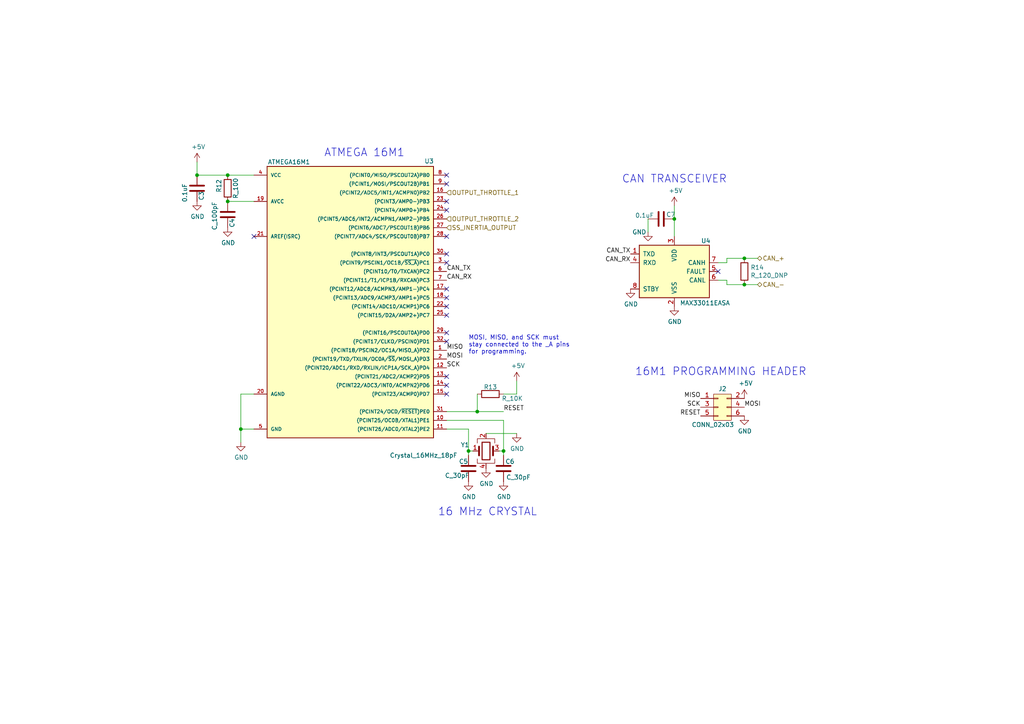
<source format=kicad_sch>
(kicad_sch (version 20230121) (generator eeschema)
  (paper "A4")
  (lib_symbols
    (symbol "0u1F_1" (pin_numbers hide) (pin_names (offset 0.254))
      (property "Reference" "C" (at 0.635 2.54 0))
      (property "Value" "0u1F_1" (at 0.635 -2.54 0))
      (symbol "0u1F_1_0_1"
        (polyline (pts (xy -2.032 -0.762) (xy 2.032 -0.762)) (stroke (width 0.508)))
        (polyline (pts (xy -2.032 0.762) (xy 2.032 0.762)) (stroke (width 0.508)))
      )
      (symbol "0u1F_1_1_1"
        (pin passive line (at 0 3.81 270) (length 2.794) (name "~") (number "1"))
        (pin passive line (at 0 -3.81 90) (length 2.794) (name "~") (number "2"))
      )
    )
    (symbol "30pF_1" (pin_numbers hide) (pin_names (offset 0.254))
      (property "Reference" "C" (at 0.635 2.54 0))
      (property "Value" "30pF_1" (at 0.635 -2.54 0))
      (symbol "30pF_1_0_1"
        (polyline (pts (xy -2.032 -0.762) (xy 2.032 -0.762)) (stroke (width 0.508)))
        (polyline (pts (xy -2.032 0.762) (xy 2.032 0.762)) (stroke (width 0.508)))
      )
      (symbol "30pF_1_1_1"
        (pin passive line (at 0 3.81 270) (length 2.794) (name "~") (number "1"))
        (pin passive line (at 0 -3.81 90) (length 2.794) (name "~") (number "2"))
      )
    )
    (symbol "OEM:0u1F" (pin_numbers hide) (pin_names (offset 0.254))
      (property "Reference" "C" (at 0.635 2.54 0))
      (property "Value" "0u1F" (at 0.635 -2.54 0))
      (symbol "0u1F_0_1"
        (polyline (pts (xy -2.032 -0.762) (xy 2.032 -0.762)) (stroke (width 0.508)))
        (polyline (pts (xy -2.032 0.762) (xy 2.032 0.762)) (stroke (width 0.508)))
      )
      (symbol "0u1F_1_1"
        (pin passive line (at 0 3.81 270) (length 2.794) (name "~") (number "1"))
        (pin passive line (at 0 -3.81 90) (length 2.794) (name "~") (number "2"))
      )
    )
    (symbol "OEM:100R" (pin_numbers hide) (pin_names (offset 0))
      (property "Reference" "R" (at 2.032 0 90))
      (property "Value" "100R" (at 0 0 90))
      (symbol "100R_0_1"
        (rectangle (start -1.016 -2.54) (end 1.016 2.54) (stroke (width 0.254)))
      )
      (symbol "100R_1_1"
        (pin passive line (at 0 3.81 270) (length 1.27) (name "~") (number "1"))
        (pin passive line (at 0 -3.81 90) (length 1.27) (name "~") (number "2"))
      )
    )
    (symbol "OEM:100pF" (pin_numbers hide) (pin_names (offset 0.254))
      (property "Reference" "C" (at 0.635 2.54 0))
      (property "Value" "100pF" (at 0.635 -2.54 0))
      (symbol "100pF_0_1"
        (polyline (pts (xy -2.032 -0.762) (xy 2.032 -0.762)) (stroke (width 0.508)))
        (polyline (pts (xy -2.032 0.762) (xy 2.032 0.762)) (stroke (width 0.508)))
      )
      (symbol "100pF_1_1"
        (pin passive line (at 0 3.81 270) (length 2.794) (name "~") (number "1"))
        (pin passive line (at 0 -3.81 90) (length 2.794) (name "~") (number "2"))
      )
    )
    (symbol "OEM:10KR" (pin_numbers hide) (pin_names (offset 0))
      (property "Reference" "R" (at 2.032 0 90))
      (property "Value" "10KR" (at 0 0 90))
      (symbol "10KR_0_1"
        (rectangle (start -1.016 -2.54) (end 1.016 2.54) (stroke (width 0.254)))
      )
      (symbol "10KR_1_1"
        (pin passive line (at 0 3.81 270) (length 1.27) (name "~") (number "1"))
        (pin passive line (at 0 -3.81 90) (length 1.27) (name "~") (number "2"))
      )
    )
    (symbol "OEM:120R_DNP" (pin_numbers hide) (pin_names (offset 0))
      (property "Reference" "R" (at 2.032 0 90))
      (property "Value" "120R_DNP" (at 0 0 90))
      (symbol "120R_DNP_0_1"
        (rectangle (start -1.016 -2.54) (end 1.016 2.54) (stroke (width 0.254)))
      )
      (symbol "120R_DNP_1_1"
        (pin passive line (at 0 3.81 270) (length 1.27) (name "~") (number "1"))
        (pin passive line (at 0 -3.81 90) (length 1.27) (name "~") (number "2"))
      )
    )
    (symbol "OEM:30pF" (pin_numbers hide) (pin_names (offset 0.254))
      (property "Reference" "C" (at 0.635 2.54 0))
      (property "Value" "30pF" (at 0.635 -2.54 0))
      (symbol "30pF_0_1"
        (polyline (pts (xy -2.032 -0.762) (xy 2.032 -0.762)) (stroke (width 0.508)))
        (polyline (pts (xy -2.032 0.762) (xy 2.032 0.762)) (stroke (width 0.508)))
      )
      (symbol "30pF_1_1"
        (pin passive line (at 0 3.81 270) (length 2.794) (name "~") (number "1"))
        (pin passive line (at 0 -3.81 90) (length 2.794) (name "~") (number "2"))
      )
    )
    (symbol "OEM:ATMEGA16M1" (pin_names (offset 1.016))
      (property "Reference" "U" (at -24.13 46.482 0))
      (property "Value" "ATMEGA16M1" (at 12.7 -35.56 0))
      (symbol "ATMEGA16M1_0_1"
        (rectangle (start -24.13 45.72) (end 24.13 -33.02) (stroke (width 0.254)) (fill (type background)))
      )
      (symbol "ATMEGA16M1_1_1"
        (pin bidirectional line (at 27.94 -7.62 180) (length 3.81) (name "(PCINT18/PSCIN2/OC1A/MISO_A)PD2") (number "1"))
        (pin bidirectional line (at 27.94 -27.94 180) (length 3.81) (name "(PCINT25/OC0B/XTAL1)PE1") (number "10"))
        (pin bidirectional line (at 27.94 -30.48 180) (length 3.81) (name "(PCINT26/ADC0/XTAL2)PE2") (number "11"))
        (pin bidirectional line (at 27.94 -12.7 180) (length 3.81) (name "(PCINT20/ADC1/RXD/RXLIN/ICP1A/SCK_A)PD4") (number "12"))
        (pin bidirectional line (at 27.94 -15.24 180) (length 3.81) (name "(PCINT21/ADC2/ACMP2)PD5") (number "13"))
        (pin bidirectional line (at 27.94 -17.78 180) (length 3.81) (name "(PCINT22/ADC3/INT0/ACMPN2)PD6") (number "14"))
        (pin bidirectional line (at 27.94 -20.32 180) (length 3.81) (name "(PCINT23/ACMP0)PD7") (number "15"))
        (pin bidirectional line (at 27.94 38.1 180) (length 3.81) (name "(PCINT2/ADC5/INT1/ACMPN0)PB2") (number "16"))
        (pin bidirectional line (at 27.94 10.16 180) (length 3.81) (name "(PCINT12/ADC8/ACMPN3/AMP1-)PC4") (number "17"))
        (pin bidirectional line (at 27.94 7.62 180) (length 3.81) (name "(PCINT13/ADC9/ACMP3/AMP1+)PC5") (number "18"))
        (pin power_in line (at -27.94 35.56 0) (length 3.81) (name "AVCC") (number "19"))
        (pin bidirectional line (at 27.94 -10.16 180) (length 3.81) (name "(PCINT19/TXD/TXLIN/OC0A/~{SS}/MOSI_A)PD3") (number "2"))
        (pin power_in line (at -27.94 -20.32 0) (length 3.81) (name "AGND") (number "20"))
        (pin power_in line (at -27.94 25.4 0) (length 3.81) (name "AREF(ISRC)") (number "21"))
        (pin bidirectional line (at 27.94 5.08 180) (length 3.81) (name "(PCINT14/ADC10/ACMP1)PC6") (number "22"))
        (pin bidirectional line (at 27.94 35.56 180) (length 3.81) (name "(PCINT3/AMP0-)PB3") (number "23"))
        (pin bidirectional line (at 27.94 33.02 180) (length 3.81) (name "(PCINT4/AMP0+)PB4") (number "24"))
        (pin bidirectional line (at 27.94 2.54 180) (length 3.81) (name "(PCINT15/D2A/AMP2+)PC7") (number "25"))
        (pin bidirectional line (at 27.94 30.48 180) (length 3.81) (name "(PCINT5/ADC6/INT2/ACMPN1/AMP2-)PB5") (number "26"))
        (pin bidirectional line (at 27.94 27.94 180) (length 3.81) (name "(PCINT6/ADC7/PSCOUT1B)PB6") (number "27"))
        (pin bidirectional line (at 27.94 25.4 180) (length 3.81) (name "(PCINT7/ADC4/SCK/PSCOUT0B)PB7") (number "28"))
        (pin bidirectional line (at 27.94 -2.54 180) (length 3.81) (name "(PCINT16/PSCOUT0A)PD0") (number "29"))
        (pin bidirectional line (at 27.94 17.78 180) (length 3.81) (name "(PCINT9/PSCIN1/OC1B/~{SS_A})PC1") (number "3"))
        (pin bidirectional line (at 27.94 20.32 180) (length 3.81) (name "(PCINT8/INT3/PSCOUT1A)PC0") (number "30"))
        (pin bidirectional line (at 27.94 -25.4 180) (length 3.81) (name "(PCINT24/OCD/~{RESET})PE0") (number "31"))
        (pin bidirectional line (at 27.94 -5.08 180) (length 3.81) (name "(PCINT17/CLKO/PSCIN0)PD1") (number "32"))
        (pin power_in line (at -27.94 43.18 0) (length 3.81) (name "VCC") (number "4"))
        (pin power_in line (at -27.94 -30.48 0) (length 3.81) (name "GND") (number "5"))
        (pin bidirectional line (at 27.94 15.24 180) (length 3.81) (name "(PCINT10/T0/TXCAN)PC2") (number "6"))
        (pin bidirectional line (at 27.94 12.7 180) (length 3.81) (name "(PCINT11/T1/ICP1B/RXCAN)PC3") (number "7"))
        (pin bidirectional line (at 27.94 43.18 180) (length 3.81) (name "(PCINT0/MISO/PSCOUT2A)PB0") (number "8"))
        (pin bidirectional line (at 27.94 40.64 180) (length 3.81) (name "(PCINT1/MOSI/PSCOUT2B)PB1") (number "9"))
      )
    )
    (symbol "OEM:CONN_02x03" (pin_names (offset 0.0254) hide)
      (property "Reference" "J" (at 0 5.08 0))
      (property "Value" "CONN_02x03" (at 0 -5.08 0))
      (symbol "CONN_02x03_0_1"
        (rectangle (start -2.54 -2.413) (end -1.27 -2.667))
        (rectangle (start -2.54 0.127) (end -1.27 -0.127))
        (rectangle (start -2.54 2.667) (end -1.27 2.413))
        (rectangle (start -2.54 3.81) (end 2.54 -3.81) (fill (type background)))
        (rectangle (start 1.27 -2.413) (end 2.54 -2.667))
        (rectangle (start 1.27 0.127) (end 2.54 -0.127))
        (rectangle (start 1.27 2.667) (end 2.54 2.413))
      )
      (symbol "CONN_02x03_1_1"
        (pin passive line (at -6.35 2.54 0) (length 3.81) (name "P1") (number "1"))
        (pin passive line (at 6.35 2.54 180) (length 3.81) (name "P2") (number "2"))
        (pin passive line (at -6.35 0 0) (length 3.81) (name "P3") (number "3"))
        (pin passive line (at 6.35 0 180) (length 3.81) (name "P4") (number "4"))
        (pin passive line (at -6.35 -2.54 0) (length 3.81) (name "P5") (number "5"))
        (pin passive line (at 6.35 -2.54 180) (length 3.81) (name "P6") (number "6"))
      )
    )
    (symbol "OEM:Crystal_16MHz_18pF" (pin_names (offset 1.016) hide)
      (property "Reference" "Y" (at 3.175 5.08 0))
      (property "Value" "Crystal_16MHz_18pF" (at 3.175 3.175 0))
      (symbol "Crystal_16MHz_18pF_0_1"
        (rectangle (start -1.143 2.54) (end 1.143 -2.54) (stroke (width 0.3048)))
        (polyline (pts (xy -2.54 0) (xy -2.032 0)))
        (polyline (pts (xy -2.032 -1.27) (xy -2.032 1.27)) (stroke (width 0.508)))
        (polyline (pts (xy 0 -3.81) (xy 0 -3.556)))
        (polyline (pts (xy 0 3.556) (xy 0 3.81)))
        (polyline (pts (xy 2.032 -1.27) (xy 2.032 1.27)) (stroke (width 0.508)))
        (polyline (pts (xy 2.032 0) (xy 2.54 0)))
        (polyline (pts (xy -2.54 -2.286) (xy -2.54 -3.556) (xy 2.54 -3.556) (xy 2.54 -2.286)))
        (polyline (pts (xy -2.54 2.286) (xy -2.54 3.556) (xy 2.54 3.556) (xy 2.54 2.286)))
      )
      (symbol "Crystal_16MHz_18pF_1_1"
        (pin passive line (at -3.81 0 0) (length 1.27) (name "1") (number "1"))
        (pin passive line (at 0 5.08 270) (length 1.27) (name "2") (number "2"))
        (pin passive line (at 3.81 0 180) (length 1.27) (name "3") (number "3"))
        (pin passive line (at 0 -5.08 90) (length 1.27) (name "4") (number "4"))
      )
    )
    (symbol "OEM:MAX33011EASA" (pin_names (offset 1.016))
      (property "Reference" "U" (at -10.16 8.89 0))
      (property "Value" "MAX33011EASA" (at 2.54 8.89 0))
      (symbol "MAX33011EASA_0_1"
        (rectangle (start -10.16 7.62) (end 10.16 -7.62) (stroke (width 0.254)) (fill (type background)))
      )
      (symbol "MAX33011EASA_1_1"
        (pin input line (at -12.7 5.08 0) (length 2.54) (name "TXD") (number "1"))
        (pin power_in line (at 0 -10.16 90) (length 2.54) (name "VSS") (number "2"))
        (pin power_in line (at 0 10.16 270) (length 2.54) (name "VDD") (number "3"))
        (pin output line (at -12.7 2.54 0) (length 2.54) (name "RXD") (number "4"))
        (pin passive line (at 12.7 0 180) (length 2.54) (name "FAULT") (number "5"))
        (pin bidirectional line (at 12.7 -2.54 180) (length 2.54) (name "CANL") (number "6"))
        (pin bidirectional line (at 12.7 2.54 180) (length 2.54) (name "CANH") (number "7"))
        (pin input line (at -12.7 -5.08 0) (length 2.54) (name "STBY") (number "8"))
      )
    )
    (symbol "power:+5V" (power) (pin_names (offset 0))
      (property "Value" "+5V" (at 0 3.556 0))
      (symbol "+5V_0_1"
        (polyline (pts (xy -0.762 1.27) (xy 0 2.54)))
        (polyline (pts (xy 0 0) (xy 0 2.54)))
        (polyline (pts (xy 0 2.54) (xy 0.762 1.27)))
      )
      (symbol "+5V_1_1"
        (pin power_in line (at 0 0 90) (length 0) hide (name "+5V") (number "1"))
      )
    )
    (symbol "power:GND" (power) (pin_names (offset 0))
      (property "Value" "GND" (at 0 -3.81 0))
      (symbol "GND_0_1"
        (polyline (pts (xy 0 0) (xy 0 -1.27) (xy 1.27 -1.27) (xy 0 -2.54) (xy -1.27 -1.27) (xy 0 -1.27)))
      )
      (symbol "GND_1_1"
        (pin power_in line (at 0 0 270) (length 0) hide (name "GND") (number "1"))
      )
    )
  )
  (junction (at 135.89 130.81))
  (junction (at 69.85 124.46))
  (junction (at 66.04 50.8))
  (junction (at 138.43 119.38))
  (junction (at 195.58 63.5))
  (junction (at 57.15 50.8))
  (junction (at 215.9 74.93))
  (junction (at 146.05 130.81))
  (junction (at 66.04 58.42))
  (junction (at 215.9 82.55))
  (no_connect (at 129.54 58.42))
  (no_connect (at 129.54 68.58))
  (no_connect (at 129.54 73.66))
  (no_connect (at 129.54 111.76))
  (no_connect (at 129.54 76.2))
  (no_connect (at 129.54 83.82))
  (no_connect (at 208.28 78.74))
  (no_connect (at 129.54 50.8))
  (no_connect (at 129.54 114.3))
  (no_connect (at 129.54 96.52))
  (no_connect (at 129.54 91.44))
  (no_connect (at 129.54 99.06))
  (no_connect (at 73.66 68.58))
  (no_connect (at 129.54 109.22))
  (no_connect (at 129.54 60.96))
  (no_connect (at 129.54 88.9))
  (no_connect (at 129.54 53.34))
  (no_connect (at 129.54 86.36))
  (wire (pts (xy 135.89 124.46) (xy 129.54 124.46)))
  (wire (pts (xy 149.86 114.3) (xy 149.86 110.49)))
  (wire (pts (xy 195.58 68.58) (xy 195.58 63.5)))
  (wire (pts (xy 73.66 58.42) (xy 66.04 58.42)))
  (wire (pts (xy 138.43 119.38) (xy 146.05 119.38)))
  (wire (pts (xy 146.05 130.81) (xy 146.05 132.08)))
  (wire (pts (xy 135.89 124.46) (xy 135.89 130.81)))
  (wire (pts (xy 140.97 125.73) (xy 149.86 125.73)))
  (wire (pts (xy 57.15 50.8) (xy 66.04 50.8)))
  (wire (pts (xy 69.85 124.46) (xy 69.85 114.3)))
  (wire (pts (xy 135.89 130.81) (xy 135.89 132.08)))
  (wire (pts (xy 208.28 76.2) (xy 210.82 76.2)))
  (wire (pts (xy 73.66 124.46) (xy 69.85 124.46)))
  (wire (pts (xy 69.85 128.27) (xy 69.85 124.46)))
  (wire (pts (xy 57.15 46.99) (xy 57.15 50.8)))
  (wire (pts (xy 210.82 74.93) (xy 215.9 74.93)))
  (wire (pts (xy 69.85 114.3) (xy 73.66 114.3)))
  (wire (pts (xy 210.82 82.55) (xy 215.9 82.55)))
  (wire (pts (xy 215.9 82.55) (xy 219.71 82.55)))
  (wire (pts (xy 146.05 114.3) (xy 149.86 114.3)))
  (wire (pts (xy 215.9 74.93) (xy 219.71 74.93)))
  (wire (pts (xy 210.82 81.28) (xy 210.82 82.55)))
  (wire (pts (xy 208.28 81.28) (xy 210.82 81.28)))
  (wire (pts (xy 135.89 130.81) (xy 137.16 130.81)))
  (wire (pts (xy 210.82 76.2) (xy 210.82 74.93)))
  (wire (pts (xy 187.96 63.5) (xy 187.96 67.31)))
  (wire (pts (xy 146.05 121.92) (xy 129.54 121.92)))
  (wire (pts (xy 146.05 121.92) (xy 146.05 130.81)))
  (wire (pts (xy 144.78 130.81) (xy 146.05 130.81)))
  (wire (pts (xy 138.43 119.38) (xy 138.43 114.3)))
  (wire (pts (xy 195.58 63.5) (xy 195.58 59.69)))
  (wire (pts (xy 129.54 119.38) (xy 138.43 119.38)))
  (wire (pts (xy 66.04 50.8) (xy 73.66 50.8)))
  (text "16 MHz CRYSTAL\n" (at 127 149.86 0) (effects (font (size 2.2606 2.2606)) (justify left bottom)))
  (text "16M1 PROGRAMMING HEADER\n" (at 184.15 109.22 0) (effects (font (size 2.2606 2.2606)) (justify left bottom)))
  (text "MOSI, MISO, and SCK must\nstay connected to the _A pins\nfor programming." (at 135.89 102.87 0) (effects (font (size 1.27 1.27)) (justify left bottom)))
  (text "ATMEGA 16M1\n" (at 93.98 45.72 0) (effects (font (size 2.2606 2.2606)) (justify left bottom)))
  (text "CAN TRANSCEIVER\n" (at 180.34 53.34 0) (effects (font (size 2.2606 2.2606)) (justify left bottom)))
  (label "MISO" (at 203.2 115.57 180))
  (label "CAN_RX" (at 129.54 81.28 0))
  (label "CAN_RX" (at 182.88 76.2 180))
  (label "SCK" (at 203.2 118.11 180))
  (label "SCK" (at 129.54 106.68 0))
  (label "CAN_TX" (at 182.88 73.66 180))
  (label "MOSI" (at 215.9 118.11 0))
  (label "MISO" (at 129.54 101.6 0))
  (label "RESET" (at 203.2 120.65 180))
  (label "MOSI" (at 129.54 104.14 0))
  (label "RESET" (at 146.05 119.38 0))
  (label "CAN_TX" (at 129.54 78.74 0))
  (hierarchical_label "SS_INERTIA_OUTPUT" (shape input) (at 129.54 66.04 0))
  (hierarchical_label "CAN_-" (shape bidirectional) (at 219.71 82.55 0))
  (hierarchical_label "OUTPUT_THROTTLE_2" (shape input) (at 129.54 63.5 0))
  (hierarchical_label "OUTPUT_THROTTLE_1" (shape input) (at 129.54 55.88 0))
  (hierarchical_label "CAN_+" (shape bidirectional) (at 219.71 74.93 0))
  (symbol (lib_id "OEM:30pF") (at 135.89 135.89 0) (unit 1)
    (property "Reference" "C5" (at 133.096 133.858 0) (effects (justify left)))
    (property "Value" "C_30pF" (at 129.032 137.922 0) (effects (justify left)))
    (property "Footprint" "OEM:C_0603" (effects hide))
    (property "Datasheet" "https://www.seielect.com/Catalog/SEI-CML.PDF" (effects hide))
    (property "MFN" "Stackpole Electronics" (effects hide))
    (property "MPN" "CML0603C0G300JT50V" (effects hide))
    (property "DKPN" "738-CML0603C0G300JT50VDKR-ND" (effects hide))
    (property "NewDesigns" "YES" (effects hide))
    (property "Stocked" "Digi-Reel" (effects hide))
    (property "Package" "0603" (effects hide))
    (property "Style" "SMD" (effects hide))
  )
  (symbol (lib_id "power:GND") (at 66.04 66.04 0) (unit 1)
    (property "Reference" "#PWR?" (effects hide))
    (property "Value" "GND" (at 66.167 70.4342 0))
  )
  (symbol (lib_name "0u1F_1") (lib_id "OEM:0u1F") (at 57.15 54.61 0) (unit 1)
    (property "Reference" "C3" (at 58.42 58.166 90) (effects (justify left)))
    (property "Value" "0.1uF" (at 53.594 58.674 90) (effects (justify left)))
    (property "Footprint" "OEM:C_0603" (effects hide))
    (property "Datasheet" "${OEM_DIR}/parts/datasheets/samsung_CL10B104KB8NNWC.pdf" (effects hide))
    (property "MFN" "Samsung Electro-Mechanics" (effects hide))
    (property "MPN" "CL10B104KB8NNWC" (effects hide))
    (property "DKPN" "1276-1935-2-ND" (effects hide))
    (property "Package" "0603" (effects hide))
    (property "Stocked" "Reel" (effects hide))
    (property "NewDesigns" "YES" (effects hide))
    (property "Style" "SMD" (effects hide))
  )
  (symbol (lib_id "power:GND") (at 140.97 135.89 0) (unit 1)
    (property "Reference" "#PWR?" (effects hide))
    (property "Value" "GND" (at 141.097 140.2842 0))
  )
  (symbol (lib_id "power:GND") (at 135.89 139.7 0) (unit 1)
    (property "Reference" "#PWR?" (effects hide))
    (property "Value" "GND" (at 136.017 144.0942 0))
  )
  (symbol (lib_id "power:GND") (at 187.96 67.31 0) (unit 1)
    (property "Reference" "#PWR?" (effects hide))
    (property "Value" "GND" (at 185.42 67.31 0))
  )
  (symbol (lib_id "power:GND") (at 182.88 83.82 0) (unit 1)
    (property "Reference" "#PWR?" (effects hide))
    (property "Value" "GND" (at 183.007 88.2142 0))
  )
  (symbol (lib_id "OEM:100pF") (at 66.04 62.23 0) (unit 1)
    (property "Reference" "C4" (at 67.31 66.04 90) (effects (justify left)))
    (property "Value" "C_100pF" (at 62.23 66.802 90) (effects (justify left)))
    (property "Footprint" "OEM:C_0603" (effects hide))
    (property "MFN" "Walsin Technology" (effects hide))
    (property "MPN" "0603N101F101CT" (effects hide))
    (property "DKPN" "1292-1472-6-ND" (effects hide))
    (property "NewDesigns" "YES" (effects hide))
    (property "Stocked" "Digi-Reel" (effects hide))
    (property "Package" "0603" (effects hide))
    (property "Style" "SMD" (effects hide))
  )
  (symbol (lib_id "power:GND") (at 57.15 58.42 0) (unit 1)
    (property "Reference" "#PWR?" (effects hide))
    (property "Value" "GND" (at 57.277 62.8142 0))
  )
  (symbol (lib_id "OEM:100R") (at 66.04 54.61 0) (unit 1)
    (property "Reference" "R12" (at 63.5 55.88 90) (effects (justify left)))
    (property "Value" "R_100" (at 68.326 57.658 90) (effects (justify left)))
    (property "Footprint" "OEM:R_0603" (effects hide))
    (property "Datasheet" "${OEM_DIR}/parts/datasheets/stackpole_RMCF_RMCP.pdf" (effects hide))
    (property "MFN" "Stackpole Electronics" (effects hide))
    (property "MPN" "RMCF0603FT100R" (effects hide))
    (property "DKPN" "RMCF0603FT100RTR-ND" (effects hide))
    (property "NewDesigns" "YES" (effects hide))
    (property "Stocked" "Reel" (effects hide))
    (property "Package" "0603" (effects hide))
    (property "Style" "SMD" (effects hide))
  )
  (symbol (lib_id "OEM:MAX33011EASA") (at 195.58 78.74 0) (unit 1)
    (property "Reference" "U4" (at 204.724 69.85 0))
    (property "Value" "MAX33011EASA" (at 204.47 87.884 0))
    (property "Footprint" "footprints:SOIC-8_3.9x4.9mm_Pitch1.27mm_OEM" (effects hide))
    (property "MPN" "MAX33011EASA+" (effects hide))
    (property "MF" "Analog Devices (Maxim Integrated)" (effects hide))
    (property "DKPN" "175-MAX33011EASA+-ND" (effects hide))
    (property "NewDesigns" "YES" (effects hide))
    (property "Stocked" "Tape" (effects hide))
    (property "Package" "8-SOIC" (effects hide))
    (property "Style" "SMD" (effects hide))
    (property "AlternatePN" "MCP2561" (effects hide))
    (property "AlternatePN2" "TCAN1051HVD" (effects hide))
  )
  (symbol (lib_id "OEM:ATMEGA16M1") (at 101.6 93.98 0) (unit 1)
    (property "Reference" "U3" (at 124.46 46.736 0))
    (property "Value" "ATMEGA16M1" (at 83.82 46.99 0))
    (property "Footprint" "footprints:TQFP-32_7x7mm_Pitch0.8mm" (effects hide))
    (property "MFN" "Microchip" (effects hide))
    (property "MPN" "ATMEGA16M1-AU" (effects hide))
    (property "DKPN" "SAMPLE" (effects hide))
    (property "NewDesigns" "YES" (effects hide))
    (property "Stocked" "No" (effects hide))
    (property "Package" "32-TQFP" (effects hide))
    (property "Style" "SMD" (effects hide))
  )
  (symbol (lib_id "power:GND") (at 195.58 88.9 0) (unit 1)
    (property "Reference" "#PWR?" (effects hide))
    (property "Value" "GND" (at 195.707 93.2942 0))
  )
  (symbol (lib_name "30pF_1") (lib_id "OEM:30pF") (at 146.05 135.89 0) (unit 1)
    (property "Reference" "C6" (at 146.558 133.858 0) (effects (justify left)))
    (property "Value" "C_30pF" (at 146.812 138.43 0) (effects (justify left)))
    (property "Footprint" "OEM:C_0603" (effects hide))
    (property "Datasheet" "https://www.seielect.com/Catalog/SEI-CML.PDF" (effects hide))
    (property "MFN" "Stackpole Electronics" (effects hide))
    (property "MPN" "CML0603C0G300JT50V" (effects hide))
    (property "DKPN" "738-CML0603C0G300JT50VDKR-ND" (effects hide))
    (property "NewDesigns" "YES" (effects hide))
    (property "Stocked" "Digi-Reel" (effects hide))
    (property "Package" "0603" (effects hide))
    (property "Style" "SMD" (effects hide))
  )
  (symbol (lib_id "OEM:CONN_02x03") (at 209.55 118.11 0) (unit 1)
    (property "Reference" "J2" (at 209.55 112.776 0))
    (property "Value" "CONN_02x03" (at 206.756 123.19 0))
    (property "Footprint" "footprints:Pin_Header_Straight_2x03" (effects hide))
    (property "Datasheet" "http://portal.fciconnect.com/Comergent//fci/drawing/67996.pdf" (effects hide))
    (property "MFN" "Ampehnol ICC" (effects hide))
    (property "MPN" "10129381-906002BLF" (effects hide))
    (property "DKPN" "10129381-906002BLF-ND" (effects hide))
    (property "NewDesigns" "YES" (effects hide))
    (property "Stocked" "Bulk" (effects hide))
    (property "Package" ".1\" pin header" (effects hide))
    (property "Style" "THT" (effects hide))
  )
  (symbol (lib_id "power:GND") (at 146.05 139.7 0) (unit 1)
    (property "Reference" "#PWR?" (effects hide))
    (property "Value" "GND" (at 146.177 144.0942 0))
  )
  (symbol (lib_id "OEM:0u1F") (at 191.77 63.5 270) (unit 1)
    (property "Reference" "C7" (at 194.564 62.23 90))
    (property "Value" "0.1uF" (at 186.944 62.484 90))
    (property "Footprint" "OEM:C_0603" (effects hide))
    (property "Datasheet" "${OEM_DIR}/parts/datasheets/samsung_CL10B104KB8NNWC.pdf" (effects hide))
    (property "MFN" "Samsung Electro-Mechanics" (effects hide))
    (property "MPN" "CL10B104KB8NNWC" (effects hide))
    (property "DKPN" "1276-1935-2-ND" (effects hide))
    (property "Package" "0603" (effects hide))
    (property "Stocked" "Reel" (effects hide))
    (property "NewDesigns" "YES" (effects hide))
    (property "Style" "SMD" (effects hide))
  )
  (symbol (lib_id "power:+5V") (at 215.9 115.57 0) (unit 1)
    (property "Reference" "#PWR?" (effects hide))
    (property "Value" "+5V" (at 216.281 111.1758 0))
  )
  (symbol (lib_id "OEM:Crystal_16MHz_18pF") (at 140.97 130.81 0) (unit 1)
    (property "Reference" "Y1" (at 133.604 129.032 0) (effects (justify left)))
    (property "Value" "Crystal_16MHz_18pF" (at 113.03 132.08 0) (effects (justify left)))
    (property "Footprint" "OEM:Crystal_TXC7M" (effects hide))
    (property "Datasheet" "http://txccrystal.com/images/pdf/7m.pdf" (effects hide))
    (property "MFN" "TXC" (effects hide))
    (property "MPN" "7M-16.000MAAJ-T" (effects hide))
    (property "DKPN" "887-1125-1-ND" (effects hide))
    (property "NewDesigns" "YES" (effects hide))
    (property "Stocked" "Tape" (effects hide))
    (property "Package" "Custom" (effects hide))
    (property "Style" "SMD" (effects hide))
  )
  (symbol (lib_id "power:GND") (at 69.85 128.27 0) (unit 1)
    (property "Reference" "#PWR?" (effects hide))
    (property "Value" "GND" (at 69.977 132.6642 0))
  )
  (symbol (lib_id "power:GND") (at 215.9 120.65 0) (unit 1)
    (property "Reference" "#PWR?" (effects hide))
    (property "Value" "GND" (at 216.027 125.0442 0))
  )
  (symbol (lib_id "power:GND") (at 149.86 125.73 0) (unit 1)
    (property "Reference" "#PWR?" (effects hide))
    (property "Value" "GND" (at 149.987 130.1242 0))
  )
  (symbol (lib_id "OEM:120R_DNP") (at 215.9 78.74 0) (unit 1)
    (property "Reference" "R14" (at 217.678 77.5716 0) (effects (justify left)))
    (property "Value" "R_120_DNP" (at 217.678 79.883 0) (effects (justify left)))
    (property "Footprint" "OEM:R_0603" (effects hide))
    (property "Datasheet" "https://www.yageo.com/upload/media/product/productsearch/datasheet/rchip/PYu-RC_Group_51_RoHS_L_12.pdf" (effects hide))
    (property "MFN" "Yageo" (effects hide))
    (property "MPN" "RC0603FR-13120RL" (effects hide))
    (property "DKPN" "13-RC0603FR-13120RLDKR-ND" (effects hide))
    (property "Package" "0603" (effects hide))
    (property "NewDesigns" "YES" (effects hide))
    (property "Stocked" "Digi-Reel" (effects hide))
    (property "Style" "SMD" (effects hide))
  )
  (symbol (lib_id "power:+5V") (at 195.58 59.69 0) (unit 1)
    (property "Reference" "#PWR?" (effects hide))
    (property "Value" "+5V" (at 195.961 55.2958 0))
  )
  (symbol (lib_id "OEM:10KR") (at 142.24 114.3 270) (unit 1)
    (property "Reference" "R13" (at 142.24 112.268 90))
    (property "Value" "R_10K" (at 148.59 115.57 90))
    (property "Footprint" "OEM:R_0603" (effects hide))
    (property "Datasheet" "${OEM_DIR}/parts/datasheets/stackpole_RMCF_RMCP.pdf" (effects hide))
    (property "MFN" "Stackpole Electronics" (effects hide))
    (property "MPN" "RMCF0603FT10K0" (effects hide))
    (property "DKPN" "RMCF0603FT10K0TR-ND" (effects hide))
    (property "Package" "0603" (effects hide))
    (property "NewDesigns" "YES" (effects hide))
    (property "Stocked" "Reel" (effects hide))
    (property "Style" "SMD" (effects hide))
  )
  (symbol (lib_id "power:+5V") (at 149.86 110.49 0) (unit 1)
    (property "Reference" "#PWR?" (effects hide))
    (property "Value" "+5V" (at 150.241 106.0958 0))
  )
  (symbol (lib_id "power:+5V") (at 57.15 46.99 0) (unit 1)
    (property "Reference" "#PWR?" (effects hide))
    (property "Value" "+5V" (at 57.531 42.5958 0))
  )
)
</source>
